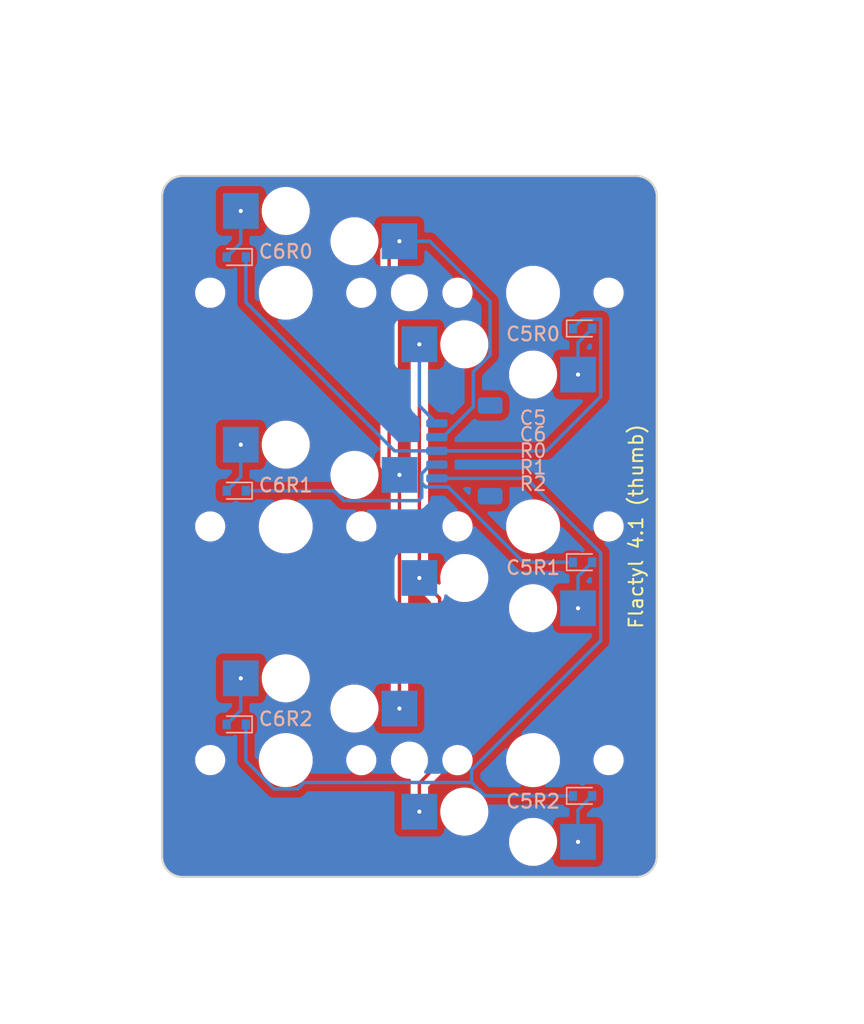
<source format=kicad_pcb>
(kicad_pcb (version 20171130) (host pcbnew 5.1.6)
  (title_block (title thumb) (rev v1.0.0) (company Unknown))
  (layers (0 F.Cu signal) (31 B.Cu signal) (34 B.Paste user) (35 F.Paste user) (36 B.SilkS user) (37 F.SilkS user) (38 B.Mask user) (39 F.Mask user) (44 Edge.Cuts user))
  (net 0 "")
  (net 1 "C5")
  (net 2 "C5R0D")
  (net 3 "C5R0")
  (net 4 "R0")
  (net 5 "C5R1D")
  (net 6 "C5R1")
  (net 7 "R1")
  (net 8 "C5R2D")
  (net 9 "C5R2")
  (net 10 "R2")
  (net 11 "C6")
  (net 12 "C6R0D")
  (net 13 "C6R0")
  (net 14 "C6R1D")
  (net 15 "C6R1")
  (net 16 "C6R2D")
  (net 17 "C6R2")
  (net 18 "Flactyl 4.1 (thumb)")
  (net 19 "x")
  (net 20 "y")
  (footprint "Kailh_socket_PG1350_no_silk" (layer "B.Cu") (at 18 -34 0)
    (fp_text reference "S1" hide)
    (fp_text user C5R0 (at -0 3 0) (layer F.SilkS))
    (fp_text user C5R0 (at -0 3 0) (layer B.SilkS))
    (pad "" np_thru_hole circle (at 0 0) (size 3.429 3.429) (drill 3.429) (layers *.Cu *.Mask))
    (pad "" np_thru_hole circle (at 5.5 0) (size 1.7018 1.7018) (drill 1.7018) (layers *.Cu *.Mask))
    (pad "" np_thru_hole circle (at -5.5 0) (size 1.7018 1.7018) (drill 1.7018) (layers *.Cu *.Mask))
    (pad "" np_thru_hole circle (at -5 3.75) (size 3 3) (drill 3) (layers *.Cu *.Mask))
    (pad "" np_thru_hole circle (at 0 5.95) (size 3 3) (drill 3) (layers *.Cu *.Mask))
    (pad "1" smd rect (at 3.275 5.95) (size 2.6 2.6) (layers "B.Cu" "B.Paste" "B.Mask") (net 2 "C5R0D"))
    (pad "2" smd rect (at -8.275 3.75) (size 2.6 2.6) (layers "B.Cu" "B.Paste" "B.Mask") (net 1 "C5"))
    (pad "3" thru_hole circle (at 3.275 5.95) (size 0.6 0.6) (drill 0.3) (layers *.Cu) (net 2 "C5R0D"))
    (pad "4" thru_hole circle (at -8.275 3.75) (size 0.6 0.6) (drill 0.3) (layers *.Cu) (net 1 "C5"))
  )
  (footprint "D_SOD-523" (layer "B.Cu") (at 21.6 -31.4 0)
    (fp_text reference "D1" hide)
    (fp_text value "D_SOD-523")
    (fp_line (start 0.7 0.6) (end -1.15 0.6) (layer "B.SilkS") (width 0.12))
    (fp_line (start 0.7 -0.6) (end -1.15 -0.6) (layer "B.SilkS") (width 0.12))
    (fp_line (start -1.15 -0.6) (end -1.15 0.6) (layer "B.SilkS") (width 0.12))
    (pad "1" smd rect (at -0.7 0 0) (size 0.6 0.7) (layers "B.Cu" "B.Paste" "B.Mask") (net 4 "R0"))
    (pad "2" smd rect (at 0.7 0 0) (size 0.6 0.7) (layers "B.Cu" "B.Paste" "B.Mask") (net 2 "C5R0D"))
  )
  (footprint "Kailh_socket_PG1350_no_silk" (layer "B.Cu") (at 18 -17 0)
    (fp_text reference "S2" hide)
    (fp_text user C5R1 (at -0 3 0) (layer F.SilkS))
    (fp_text user C5R1 (at -0 3 0) (layer B.SilkS))
    (pad "" np_thru_hole circle (at 0 0) (size 3.429 3.429) (drill 3.429) (layers *.Cu *.Mask))
    (pad "" np_thru_hole circle (at 5.5 0) (size 1.7018 1.7018) (drill 1.7018) (layers *.Cu *.Mask))
    (pad "" np_thru_hole circle (at -5.5 0) (size 1.7018 1.7018) (drill 1.7018) (layers *.Cu *.Mask))
    (pad "" np_thru_hole circle (at -5 3.75) (size 3 3) (drill 3) (layers *.Cu *.Mask))
    (pad "" np_thru_hole circle (at 0 5.95) (size 3 3) (drill 3) (layers *.Cu *.Mask))
    (pad "1" smd rect (at 3.275 5.95) (size 2.6 2.6) (layers "B.Cu" "B.Paste" "B.Mask") (net 5 "C5R1D"))
    (pad "2" smd rect (at -8.275 3.75) (size 2.6 2.6) (layers "B.Cu" "B.Paste" "B.Mask") (net 1 "C5"))
    (pad "3" thru_hole circle (at 3.275 5.95) (size 0.6 0.6) (drill 0.3) (layers *.Cu) (net 5 "C5R1D"))
    (pad "4" thru_hole circle (at -8.275 3.75) (size 0.6 0.6) (drill 0.3) (layers *.Cu) (net 1 "C5"))
  )
  (footprint "D_SOD-523" (layer "B.Cu") (at 21.6 -14.4 0)
    (fp_text reference "D2" hide)
    (fp_text value "D_SOD-523")
    (fp_line (start 0.7 0.6) (end -1.15 0.6) (layer "B.SilkS") (width 0.12))
    (fp_line (start 0.7 -0.6) (end -1.15 -0.6) (layer "B.SilkS") (width 0.12))
    (fp_line (start -1.15 -0.6) (end -1.15 0.6) (layer "B.SilkS") (width 0.12))
    (pad "1" smd rect (at -0.7 0 0) (size 0.6 0.7) (layers "B.Cu" "B.Paste" "B.Mask") (net 7 "R1"))
    (pad "2" smd rect (at 0.7 0 0) (size 0.6 0.7) (layers "B.Cu" "B.Paste" "B.Mask") (net 5 "C5R1D"))
  )
  (footprint "Kailh_socket_PG1350_no_silk" (layer "B.Cu") (at 18 0 0)
    (fp_text reference "S3" hide)
    (fp_text user C5R2 (at -0 3 0) (layer F.SilkS))
    (fp_text user C5R2 (at -0 3 0) (layer B.SilkS))
    (pad "" np_thru_hole circle (at 0 0) (size 3.429 3.429) (drill 3.429) (layers *.Cu *.Mask))
    (pad "" np_thru_hole circle (at 5.5 0) (size 1.7018 1.7018) (drill 1.7018) (layers *.Cu *.Mask))
    (pad "" np_thru_hole circle (at -5.5 0) (size 1.7018 1.7018) (drill 1.7018) (layers *.Cu *.Mask))
    (pad "" np_thru_hole circle (at -5 3.75) (size 3 3) (drill 3) (layers *.Cu *.Mask))
    (pad "" np_thru_hole circle (at 0 5.95) (size 3 3) (drill 3) (layers *.Cu *.Mask))
    (pad "1" smd rect (at 3.275 5.95) (size 2.6 2.6) (layers "B.Cu" "B.Paste" "B.Mask") (net 8 "C5R2D"))
    (pad "2" smd rect (at -8.275 3.75) (size 2.6 2.6) (layers "B.Cu" "B.Paste" "B.Mask") (net 1 "C5"))
    (pad "3" thru_hole circle (at 3.275 5.95) (size 0.6 0.6) (drill 0.3) (layers *.Cu) (net 8 "C5R2D"))
    (pad "4" thru_hole circle (at -8.275 3.75) (size 0.6 0.6) (drill 0.3) (layers *.Cu) (net 1 "C5"))
  )
  (footprint "D_SOD-523" (layer "B.Cu") (at 21.6 2.6 0)
    (fp_text reference "D3" hide)
    (fp_text value "D_SOD-523")
    (fp_line (start 0.7 0.6) (end -1.15 0.6) (layer "B.SilkS") (width 0.12))
    (fp_line (start 0.7 -0.6) (end -1.15 -0.6) (layer "B.SilkS") (width 0.12))
    (fp_line (start -1.15 -0.6) (end -1.15 0.6) (layer "B.SilkS") (width 0.12))
    (pad "1" smd rect (at -0.7 0 0) (size 0.6 0.7) (layers "B.Cu" "B.Paste" "B.Mask") (net 10 "R2"))
    (pad "2" smd rect (at 0.7 0 0) (size 0.6 0.7) (layers "B.Cu" "B.Paste" "B.Mask") (net 8 "C5R2D"))
  )
  (footprint "Kailh_socket_PG1350_no_silk" (layer "B.Cu") (at 0 -34 180)
    (fp_text reference "S4" hide)
    (fp_text user C6R0 (at -0 3 180) (layer F.SilkS))
    (fp_text user C6R0 (at -0 3 180) (layer B.SilkS))
    (pad "" np_thru_hole circle (at 0 0) (size 3.429 3.429) (drill 3.429) (layers *.Cu *.Mask))
    (pad "" np_thru_hole circle (at 5.5 0) (size 1.7018 1.7018) (drill 1.7018) (layers *.Cu *.Mask))
    (pad "" np_thru_hole circle (at -5.5 0) (size 1.7018 1.7018) (drill 1.7018) (layers *.Cu *.Mask))
    (pad "" np_thru_hole circle (at -5 3.75) (size 3 3) (drill 3) (layers *.Cu *.Mask))
    (pad "" np_thru_hole circle (at 0 5.95) (size 3 3) (drill 3) (layers *.Cu *.Mask))
    (pad "1" smd rect (at 3.275 5.95) (size 2.6 2.6) (layers "B.Cu" "B.Paste" "B.Mask") (net 12 "C6R0D"))
    (pad "2" smd rect (at -8.275 3.75) (size 2.6 2.6) (layers "B.Cu" "B.Paste" "B.Mask") (net 11 "C6"))
    (pad "3" thru_hole circle (at 3.275 5.95) (size 0.6 0.6) (drill 0.3) (layers *.Cu) (net 12 "C6R0D"))
    (pad "4" thru_hole circle (at -8.275 3.75) (size 0.6 0.6) (drill 0.3) (layers *.Cu) (net 11 "C6"))
  )
  (footprint "D_SOD-523" (layer "B.Cu") (at -3.6 -36.6 180)
    (fp_text reference "D4" hide)
    (fp_text value "D_SOD-523")
    (fp_line (start 0.7 0.6) (end -1.15 0.6) (layer "B.SilkS") (width 0.12))
    (fp_line (start 0.7 -0.6) (end -1.15 -0.6) (layer "B.SilkS") (width 0.12))
    (fp_line (start -1.15 -0.6) (end -1.15 0.6) (layer "B.SilkS") (width 0.12))
    (pad "1" smd rect (at -0.7 0 180) (size 0.6 0.7) (layers "B.Cu" "B.Paste" "B.Mask") (net 4 "R0"))
    (pad "2" smd rect (at 0.7 0 180) (size 0.6 0.7) (layers "B.Cu" "B.Paste" "B.Mask") (net 12 "C6R0D"))
  )
  (footprint "Kailh_socket_PG1350_no_silk" (layer "B.Cu") (at 0 -17 180)
    (fp_text reference "S5" hide)
    (fp_text user C6R1 (at -0 3 180) (layer F.SilkS))
    (fp_text user C6R1 (at -0 3 180) (layer B.SilkS))
    (pad "" np_thru_hole circle (at 0 0) (size 3.429 3.429) (drill 3.429) (layers *.Cu *.Mask))
    (pad "" np_thru_hole circle (at 5.5 0) (size 1.7018 1.7018) (drill 1.7018) (layers *.Cu *.Mask))
    (pad "" np_thru_hole circle (at -5.5 0) (size 1.7018 1.7018) (drill 1.7018) (layers *.Cu *.Mask))
    (pad "" np_thru_hole circle (at -5 3.75) (size 3 3) (drill 3) (layers *.Cu *.Mask))
    (pad "" np_thru_hole circle (at 0 5.95) (size 3 3) (drill 3) (layers *.Cu *.Mask))
    (pad "1" smd rect (at 3.275 5.95) (size 2.6 2.6) (layers "B.Cu" "B.Paste" "B.Mask") (net 14 "C6R1D"))
    (pad "2" smd rect (at -8.275 3.75) (size 2.6 2.6) (layers "B.Cu" "B.Paste" "B.Mask") (net 11 "C6"))
    (pad "3" thru_hole circle (at 3.275 5.95) (size 0.6 0.6) (drill 0.3) (layers *.Cu) (net 14 "C6R1D"))
    (pad "4" thru_hole circle (at -8.275 3.75) (size 0.6 0.6) (drill 0.3) (layers *.Cu) (net 11 "C6"))
  )
  (footprint "D_SOD-523" (layer "B.Cu") (at -3.6 -19.6 180)
    (fp_text reference "D5" hide)
    (fp_text value "D_SOD-523")
    (fp_line (start 0.7 0.6) (end -1.15 0.6) (layer "B.SilkS") (width 0.12))
    (fp_line (start 0.7 -0.6) (end -1.15 -0.6) (layer "B.SilkS") (width 0.12))
    (fp_line (start -1.15 -0.6) (end -1.15 0.6) (layer "B.SilkS") (width 0.12))
    (pad "1" smd rect (at -0.7 0 180) (size 0.6 0.7) (layers "B.Cu" "B.Paste" "B.Mask") (net 7 "R1"))
    (pad "2" smd rect (at 0.7 0 180) (size 0.6 0.7) (layers "B.Cu" "B.Paste" "B.Mask") (net 14 "C6R1D"))
  )
  (footprint "Kailh_socket_PG1350_no_silk" (layer "B.Cu") (at 0 0 180)
    (fp_text reference "S6" hide)
    (fp_text user C6R2 (at -0 3 180) (layer F.SilkS))
    (fp_text user C6R2 (at -0 3 180) (layer B.SilkS))
    (pad "" np_thru_hole circle (at 0 0) (size 3.429 3.429) (drill 3.429) (layers *.Cu *.Mask))
    (pad "" np_thru_hole circle (at 5.5 0) (size 1.7018 1.7018) (drill 1.7018) (layers *.Cu *.Mask))
    (pad "" np_thru_hole circle (at -5.5 0) (size 1.7018 1.7018) (drill 1.7018) (layers *.Cu *.Mask))
    (pad "" np_thru_hole circle (at -5 3.75) (size 3 3) (drill 3) (layers *.Cu *.Mask))
    (pad "" np_thru_hole circle (at 0 5.95) (size 3 3) (drill 3) (layers *.Cu *.Mask))
    (pad "1" smd rect (at 3.275 5.95) (size 2.6 2.6) (layers "B.Cu" "B.Paste" "B.Mask") (net 16 "C6R2D"))
    (pad "2" smd rect (at -8.275 3.75) (size 2.6 2.6) (layers "B.Cu" "B.Paste" "B.Mask") (net 11 "C6"))
    (pad "3" thru_hole circle (at 3.275 5.95) (size 0.6 0.6) (drill 0.3) (layers *.Cu) (net 16 "C6R2D"))
    (pad "4" thru_hole circle (at -8.275 3.75) (size 0.6 0.6) (drill 0.3) (layers *.Cu) (net 11 "C6"))
  )
  (footprint "D_SOD-523" (layer "B.Cu") (at -3.6 -2.6 180)
    (fp_text reference "D6" hide)
    (fp_text value "D_SOD-523")
    (fp_line (start 0.7 0.6) (end -1.15 0.6) (layer "B.SilkS") (width 0.12))
    (fp_line (start 0.7 -0.6) (end -1.15 -0.6) (layer "B.SilkS") (width 0.12))
    (fp_line (start -1.15 -0.6) (end -1.15 0.6) (layer "B.SilkS") (width 0.12))
    (pad "1" smd rect (at -0.7 0 180) (size 0.6 0.7) (layers "B.Cu" "B.Paste" "B.Mask") (net 10 "R2"))
    (pad "2" smd rect (at 0.7 0 180) (size 0.6 0.7) (layers "B.Cu" "B.Paste" "B.Mask") (net 16 "C6R2D"))
  )
  (footprint "JST_SH_SM05B-SRSS-TB_1x05-1MP_P1.00mm_Horizontal" (layer "B.Cu") (at 13 -22.5 270)
    (fp_text reference "JC1" hide)
    (fp_text user "R2" (at 2.4 -5 360 unlocked) (layer "B.SilkS"))
    (fp_text user "R1" (at 1.2 -5 360 unlocked) (layer "B.SilkS"))
    (fp_text user "R0" (at 0 -5 360 unlocked) (layer "B.SilkS"))
    (fp_text user "C6" (at -1.2 -5 360 unlocked) (layer "B.SilkS"))
    (fp_text user "C5" (at -2.4 -5 360 unlocked) (layer "B.SilkS"))
    (pad "5" smd roundrect (at 2 2 270) (size 0.6 1.55) (layers "B.Cu" "B.Paste" "B.Mask") (net 10 "R2"))
    (pad "4" smd roundrect (at 1 2 270) (size 0.6 1.55) (layers "B.Cu" "B.Paste" "B.Mask") (net 7 "R1"))
    (pad "3" smd roundrect (at 0 2 270) (size 0.6 1.55) (layers "B.Cu" "B.Paste" "B.Mask") (net 4 "R0"))
    (pad "2" smd roundrect (at -1 2 270) (size 0.6 1.55) (layers "B.Cu" "B.Paste" "B.Mask") (net 11 "C6"))
    (pad "1" smd roundrect (at -2 2 270) (size 0.6 1.55) (layers "B.Cu" "B.Paste" "B.Mask") (net 1 "C5"))
    (pad "MP" smd roundrect (at -3.3 -1.875 270) (size 1.2 1.8) (layers "B.Cu" "B.Paste" "B.Mask") (roundrect_rratio 0.208333))
    (pad "MP" smd roundrect (at 3.3 -1.875 270) (size 1.2 1.8) (layers "B.Cu" "B.Paste" "B.Mask") (roundrect_rratio 0.208333))
  )
  (footprint "MountingHole_2.2mm_M2" (layer "F.Cu") (at 9 -34 0)
    (fp_text reference "H1" hide hide)
    (pad "" np_thru_hole circle (at 0 0) (size 2.2 2.2) (drill 2.2) (layers *.Cu *.Mask))
  )
  (footprint "MountingHole_2.2mm_M2" (layer "F.Cu") (at 9 0 0)
    (fp_text reference "H2" hide hide)
    (pad "" np_thru_hole circle (at 0 0) (size 2.2 2.2) (drill 2.2) (layers *.Cu *.Mask))
  )
  (footprint "somelogo" (layer "F.SilkS") (at 25.5 -17 270)
    (fp_text reference "T1" hide)
    (fp_text value "Flactyl 4.1 (thumb)" (at 0 0 270) (layer "F.SilkS"))
  )
  (footprint "somelogo" (layer "F.SilkS") (at 38 -34 0)
    (fp_text reference "T2" hide)
    (fp_text value "x")
  )
  (footprint "somelogo" (layer "F.SilkS") (at 18 -54 0)
    (fp_text reference "T3" hide)
    (fp_text value "y")
  )
  (gr_line (start -7.5 8.5) (end 25.5 8.5) (angle 90) (layer Edge.Cuts) (width 0.15))
  (gr_line (start -9 7) (end -9 -41) (angle 90) (layer Edge.Cuts) (width 0.15))
  (gr_line (start -7.5 -42.5) (end 25.5 -42.5) (angle 90) (layer Edge.Cuts) (width 0.15))
  (gr_line (start 27 7) (end 27 -41) (angle 90) (layer Edge.Cuts) (width 0.15))
  (gr_arc (start 25.5 7) (end 25.5 8.5) (angle -90) (layer Edge.Cuts) (width 0.15))
  (gr_arc (start 25.5 -41) (end 27 -41) (angle -90) (layer Edge.Cuts) (width 0.15))
  (gr_arc (start -7.5 -41) (end -7.5 -42.5) (angle -90) (layer Edge.Cuts) (width 0.15))
  (gr_arc (start -7.5 7) (end -9 7) (angle -90) (layer Edge.Cuts) (width 0.15))
  (segment (start 11.2 0.2) (end 11.2 -11.775) (width 0.25) (layer "F.Cu") (net 1))
  (segment (start 9.725 1.675) (end 11.2 0.2) (width 0.25) (layer "F.Cu") (net 1))
  (segment (start 11.2 -11.775) (end 9.725 -13.25) (width 0.25) (layer "F.Cu") (net 1))
  (segment (start 9.725 -13.25) (end 9.725 -30.25) (width 0.25) (layer "F.Cu") (net 1))
  (segment (start 9.725 3.75) (end 9.725 1.675) (width 0.25) (layer "F.Cu") (net 1))
  (segment (start 11 -24.5) (end 9.725 -25.775) (width 0.25) (layer "B.Cu") (net 1))
  (segment (start 9.725 -25.775) (end 9.725 -30.25) (width 0.25) (layer "B.Cu") (net 1))
  (segment (start 21.275 -30.375) (end 22.3 -31.4) (width 0.25) (layer "B.Cu") (net 2))
  (segment (start 21.275 -28.05) (end 21.275 -30.375) (width 0.25) (layer "B.Cu") (net 2))
  (segment (start 18.975 -22.5) (end 11 -22.5) (width 0.25) (layer "B.Cu") (net 3))
  (segment (start 7.914035 -22.5) (end 11 -22.5) (width 0.25) (layer "B.Cu") (net 3))
  (segment (start 20.9 -31.4) (end 21.575 -32.075) (width 0.25) (layer "B.Cu") (net 3))
  (segment (start 22.925 -26.45) (end 18.975 -22.5) (width 0.25) (layer "B.Cu") (net 3))
  (segment (start 21.575 -32.075) (end 22.925 -32.075) (width 0.25) (layer "B.Cu") (net 3))
  (segment (start -2.9 -33.314035) (end 7.914035 -22.5) (width 0.25) (layer "B.Cu") (net 3))
  (segment (start 22.925 -32.075) (end 22.925 -26.45) (width 0.25) (layer "B.Cu") (net 3))
  (segment (start -2.9 -36.6) (end -2.9 -33.314035) (width 0.25) (layer "B.Cu") (net 3))
  (segment (start 21.275 -11.05) (end 21.275 -13.375) (width 0.25) (layer "B.Cu") (net 4))
  (segment (start 21.275 -13.375) (end 22.3 -14.4) (width 0.25) (layer "B.Cu") (net 4))
  (segment (start 9.9 -20.153249) (end 9.9 -20.846751) (width 0.25) (layer "B.Cu") (net 5))
  (segment (start 4.22335 -18.875) (end 9.65 -18.875) (width 0.25) (layer "B.Cu") (net 5))
  (segment (start 9.65 -18.875) (end 9.9 -19.125) (width 0.25) (layer "B.Cu") (net 5))
  (segment (start 10.178249 -19.875) (end 9.9 -20.153249) (width 0.25) (layer "B.Cu") (net 5))
  (segment (start 20.9 -14.4) (end 17.296751 -14.4) (width 0.25) (layer "B.Cu") (net 5))
  (segment (start 10.553249 -21.5) (end 11 -21.5) (width 0.25) (layer "B.Cu") (net 5))
  (segment (start 11.821751 -19.875) (end 10.178249 -19.875) (width 0.25) (layer "B.Cu") (net 5))
  (segment (start 3.49835 -19.6) (end 4.22335 -18.875) (width 0.25) (layer "B.Cu") (net 5))
  (segment (start 9.9 -19.125) (end 9.9 -20.153249) (width 0.25) (layer "B.Cu") (net 5))
  (segment (start 17.296751 -14.4) (end 11.821751 -19.875) (width 0.25) (layer "B.Cu") (net 5))
  (segment (start 9.9 -20.846751) (end 10.553249 -21.5) (width 0.25) (layer "B.Cu") (net 5))
  (segment (start -2.9 -19.6) (end 3.49835 -19.6) (width 0.25) (layer "B.Cu") (net 5))
  (segment (start 21.275 3.625) (end 22.3 2.6) (width 0.25) (layer "B.Cu") (net 6))
  (segment (start 21.275 5.95) (end 21.275 3.625) (width 0.25) (layer "B.Cu") (net 6))
  (segment (start 22.925 -8.691316) (end 13.529149 0.704535) (width 0.25) (layer "B.Cu") (net 7))
  (segment (start 13.529149 0.704535) (end 13.529149 1.627499) (width 0.25) (layer "B.Cu") (net 7))
  (segment (start 0.865499 2.0895) (end -0.865499 2.0895) (width 0.25) (layer "B.Cu") (net 7))
  (segment (start 13.529149 1.627499) (end 1.327499 1.627499) (width 0.25) (layer "B.Cu") (net 7))
  (segment (start 1.327499 1.627499) (end 0.865499 2.0895) (width 0.25) (layer "B.Cu") (net 7))
  (segment (start 14.50165 2.6) (end 13.529149 1.627499) (width 0.25) (layer "B.Cu") (net 7))
  (segment (start -2.9 0.054999) (end -2.9 -2.6) (width 0.25) (layer "B.Cu") (net 7))
  (segment (start 17.5 -20.5) (end 22.925 -15.075) (width 0.25) (layer "B.Cu") (net 7))
  (segment (start 22.925 -15.075) (end 22.925 -8.691316) (width 0.25) (layer "B.Cu") (net 7))
  (segment (start -0.865499 2.0895) (end -2.9 0.054999) (width 0.25) (layer "B.Cu") (net 7))
  (segment (start 20.9 2.6) (end 14.50165 2.6) (width 0.25) (layer "B.Cu") (net 7))
  (segment (start 11 -20.5) (end 17.5 -20.5) (width 0.25) (layer "B.Cu") (net 7))
  (segment (start 7.525 -21.5) (end 8.275 -20.75) (width 0.25) (layer "F.Cu") (net 8))
  (segment (start 8.275 -20.75) (end 8.275 -3.75) (width 0.25) (layer "F.Cu") (net 8))
  (segment (start 8.275 -37.75) (end 7.525 -37) (width 0.25) (layer "F.Cu") (net 8))
  (segment (start 7.525 -37) (end 7.525 -21.5) (width 0.25) (layer "F.Cu") (net 8))
  (segment (start 14.875 -29.47335) (end 14.875 -33.358684) (width 0.25) (layer "B.Cu") (net 8))
  (segment (start 11 -23.5) (end 11.446751 -23.5) (width 0.25) (layer "B.Cu") (net 8))
  (segment (start 14.875 -33.358684) (end 10.483684 -37.75) (width 0.25) (layer "B.Cu") (net 8))
  (segment (start 10.483684 -37.75) (end 8.275 -37.75) (width 0.25) (layer "B.Cu") (net 8))
  (segment (start 11.446751 -23.5) (end 13.65 -25.703249) (width 0.25) (layer "B.Cu") (net 8))
  (segment (start 13.65 -25.703249) (end 13.65 -28.24835) (width 0.25) (layer "B.Cu") (net 8))
  (segment (start 13.65 -28.24835) (end 14.875 -29.47335) (width 0.25) (layer "B.Cu") (net 8))
  (segment (start -3.275 -37.625) (end -4.3 -36.6) (width 0.25) (layer "B.Cu") (net 9))
  (segment (start -3.275 -39.95) (end -3.275 -37.625) (width 0.25) (layer "B.Cu") (net 9))
  (segment (start -3.275 -20.625) (end -4.3 -19.6) (width 0.25) (layer "B.Cu") (net 10))
  (segment (start -3.275 -22.95) (end -3.275 -20.625) (width 0.25) (layer "B.Cu") (net 10))
  (segment (start -3.275 -3.625) (end -4.3 -2.6) (width 0.25) (layer "B.Cu") (net 11))
  (segment (start -3.275 -5.95) (end -3.275 -3.625) (width 0.25) (layer "B.Cu") (net 11))
  (zone (net 0) (net_name "") (layers "F&B.Cu") (connect_pads (clearance 0.508)) (min_thickness 0.25) (fill yes (thermal_gap 0.5) (thermal_bridge_width 0.5) (island_removal_mode 1) (island_area_min 10))
    (polygon (pts (xy -20.8 -55.3) (xy -20.2 19.2) (xy 42.1 18.2) (xy 40.4 -53.8)))
  )
)
</source>
